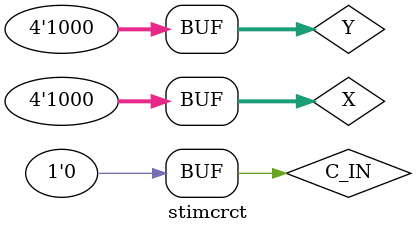
<source format=v>
module adder(A, B, C_IN, S, C_OUT);
input A;
input B;
input C_IN;
output C_OUT;
output S;

wire p,g,t;

assign p = A&C_IN;
assign g = B&C_IN;
assign t = A&B;
assign C_OUT = p|g|t;
assign S = A^B^C_IN;

endmodule

module tmp(A, B, S, C_IN, C_OUT);
input [3:0]A;
input [3:0]B;
output [4:0]S;
input C_IN;
input [2:0]C_OUT;

adder ADD1(A[0], B[0], C_IN, S[0], C_OUT[0]);
adder ADD2(A[1], B[1], C_OUT[0], S[1], C_OUT[1]);
adder ADD3(A[2], B[2], C_OUT[1], S[2], C_OUT[2]);
adder ADD4(A[3], B[3], C_OUT[2], S[3], S[4]);

endmodule

module stimcrct;
     reg [3:0] X; 
     reg [3:0] Y;

     wire [4:0]s;
     wire C_IN = 1'b0;
     wire [2:0]C_OUT;

     tmp add(X,Y,s,C_IN,C_OUT);

     initial
     begin

          X = 4'b0000; 
     Y = 4'b0000;
     repeat(8) begin
      Y = Y + 1'b1; #10;
     end

     X = X + 1'b1;
     Y = 4'b0000;
     repeat(8) begin
      Y = Y + 1'b1; #10;
     end

     X = X + 1'b1;
     Y = 4'b0000;
     repeat(8) begin
      Y = Y + 1'b1; #10;
     end

     X = X + 1'b1;
     Y = 4'b0000;
     repeat(8) begin
      Y = Y + 1'b1; #10;
     end

     X = X + 1'b1;
     Y = 4'b0000;
     repeat(8) begin
      Y = Y + 1'b1; #10;
     end

     X = X + 1'b1;
     Y = 4'b0000;
     repeat(8) begin
      Y = Y + 1'b1; #10;
     end

     X = X + 1'b1;
     Y = 4'b0000;
     repeat(8) begin
      Y = Y + 1'b1; #10;
     end

     X = X + 1'b1;
     Y = 4'b0000;
     repeat(8) begin
      Y = Y + 1'b1; #10;
     end

     X = X + 1'b1;
     Y = 4'b0000;
     repeat(8) begin
      Y = Y + 1'b1; #10;
     end

     end
endmodule

</source>
